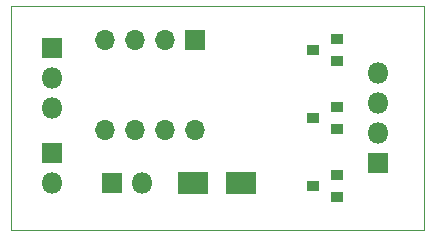
<source format=gbr>
%TF.GenerationSoftware,KiCad,Pcbnew,(5.1.6)-1*%
%TF.CreationDate,2020-09-18T09:58:32+02:00*%
%TF.ProjectId,rainbow-ledbar-CMS,7261696e-626f-4772-9d6c-65646261722d,rev?*%
%TF.SameCoordinates,Original*%
%TF.FileFunction,Soldermask,Bot*%
%TF.FilePolarity,Negative*%
%FSLAX46Y46*%
G04 Gerber Fmt 4.6, Leading zero omitted, Abs format (unit mm)*
G04 Created by KiCad (PCBNEW (5.1.6)-1) date 2020-09-18 09:58:32*
%MOMM*%
%LPD*%
G01*
G04 APERTURE LIST*
%TA.AperFunction,Profile*%
%ADD10C,0.050000*%
%TD*%
%ADD11R,1.000000X0.900000*%
%ADD12R,2.600000X1.900000*%
%ADD13R,1.800000X1.800000*%
%ADD14O,1.800000X1.800000*%
%ADD15R,1.700000X1.700000*%
%ADD16O,1.700000X1.700000*%
G04 APERTURE END LIST*
D10*
X140000000Y-91000000D02*
X140000000Y-72000000D01*
X175000000Y-91000000D02*
X140000000Y-91000000D01*
X175000000Y-72000000D02*
X175000000Y-91000000D01*
X140000000Y-72000000D02*
X175000000Y-72000000D01*
D11*
%TO.C,Q1*%
X167624000Y-80546000D03*
X167624000Y-82446000D03*
X165624000Y-81496000D03*
%TD*%
%TO.C,Q2*%
X165624000Y-87251000D03*
X167624000Y-88201000D03*
X167624000Y-86301000D03*
%TD*%
%TO.C,Q3*%
X167624000Y-74796000D03*
X167624000Y-76696000D03*
X165624000Y-75746000D03*
%TD*%
D12*
%TO.C,D1*%
X159480000Y-86995000D03*
X155480000Y-86995000D03*
%TD*%
D13*
%TO.C,J1*%
X171069000Y-85300000D03*
D14*
X171069000Y-82760000D03*
X171069000Y-80220000D03*
X171069000Y-77680000D03*
%TD*%
D13*
%TO.C,J2*%
X148590000Y-86995000D03*
D14*
X151130000Y-86995000D03*
%TD*%
%TO.C,J3*%
X143510000Y-86995000D03*
D13*
X143510000Y-84455000D03*
%TD*%
%TO.C,J5*%
X143510000Y-75565000D03*
D14*
X143510000Y-78105000D03*
X143510000Y-80645000D03*
%TD*%
D15*
%TO.C,U1*%
X155575000Y-74930000D03*
D16*
X147955000Y-82550000D03*
X153035000Y-74930000D03*
X150495000Y-82550000D03*
X150495000Y-74930000D03*
X153035000Y-82550000D03*
X147955000Y-74930000D03*
X155575000Y-82550000D03*
%TD*%
M02*

</source>
